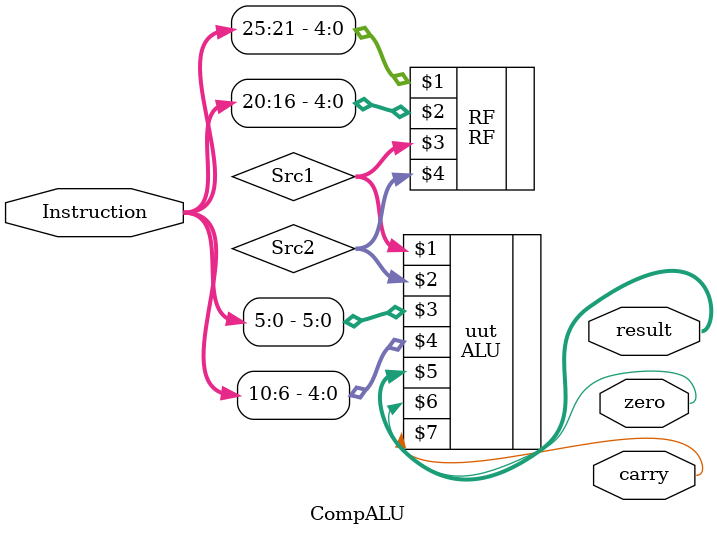
<source format=v>
module CompALU(
	input [31:0] Instruction, //Instruction input
	output [31:0] result, //Arithmetic result
	output zero, //Zero flag
	output carry //Carry flag
	);
	wire [31:0]Src1;//The wire of Source1
	wire [31:0]Src2;//The wire of Source2

	RF RF(Instruction[25:21],Instruction[20:16],Src1,Src2);//The module of register file
	ALU uut(Src1,Src2,Instruction[5:0],Instruction[10:6],result,zero,carry);//The module of ALU

endmodule

</source>
